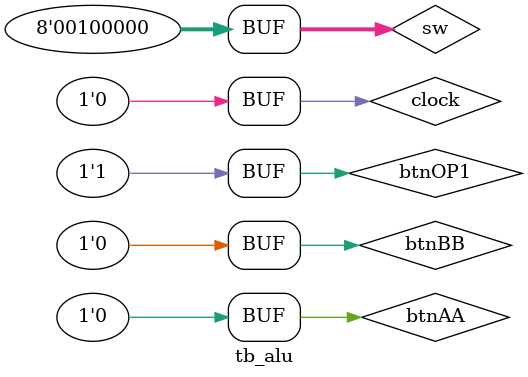
<source format=v>
`timescale 1ns / 1ps


module tb_alu(

    );
    
    localparam ADD  =    6'b100000;
    localparam SUB  =    6'b100010;
    localparam AND  =    6'b100100;
    localparam OR   =    6'b100101;
    localparam XOR  =    6'b100110;
    localparam SRA  =    6'b000011;
    localparam SRL  =    6'b000010;
    localparam NOR  =    6'b100111;
    localparam MY_SIZE_TB = 8;
    reg [(MY_SIZE_TB-1):0] sw;
    reg btnAA ;
    reg btnBB ;
    reg btnOP1 ;
    reg  [5:0] op;
    wire  signed [8:0]  res;
    wire  carry;
    reg clock;
   // reg i_reset;
    
    top #(MY_SIZE_TB)ex1 (sw,btnAA, btnBB, btnOP1, clock);
     
    
    
    initial
    begin
        clock = 1'b1;
        //i_reset = 1'b1;
        #100
        //i_reset = 1'b0;
        clock = ~clock; //flanco de bajada

        sw = 8'b11111111;
        btnBB = 1'b0;
        btnOP1 = 1'b0;
        btnAA = 1'b1;
        
        #100
        clock = ~clock; //flanco de subida
        
        #100
        clock = ~clock; //flanco de bajada

        sw = 8'b11111111;
        btnAA = 1'b0;
        btnBB = 1'b1;

        #100
        clock = ~clock;//flanco de subida
        #100
        clock = ~clock;//flanco de bajada
        #100

        
        btnBB = 1'b0;
        sw = {2'b0,ADD};
        btnOP1 = 1'b1;
        #100
        clock = ~clock; //flanco de subida
        #100
        clock = ~clock; //flanco de bajada
        
        #100
        clock = ~clock;
        #100
        clock = ~clock;

    end

endmodule

</source>
